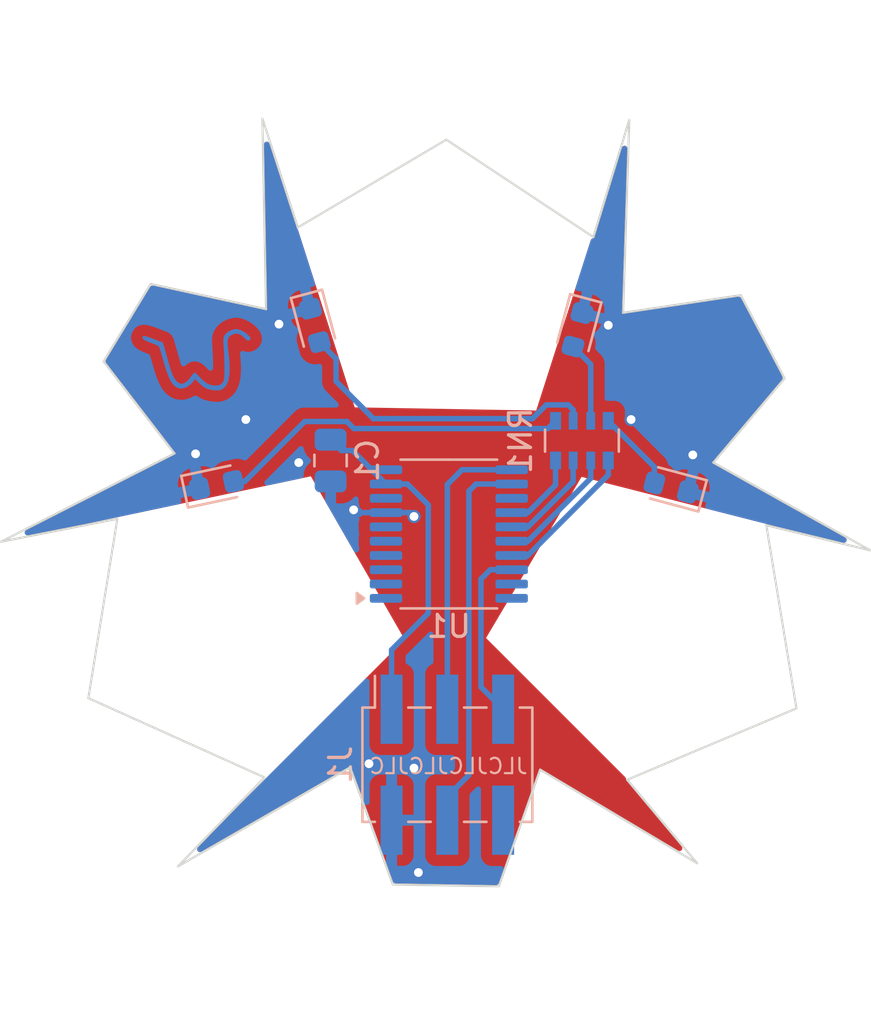
<source format=kicad_pcb>
(kicad_pcb (version 20241229) (generator "pcbnew") (generator_version "9.0")
  (layers (0 "F.Cu" signal) (2 "B.Cu" signal) (13 "F.Paste" user) (15 "B.Paste" user) (5 "F.SilkS" user "F.Silkscreen") (7 "B.SilkS" user "B.Silkscreen") (1 "F.Mask" user) (3 "B.Mask" user) (25 "Edge.Cuts" user))
  (net 0 "")
  (net 1 "VSS")
  (net 2 "Net-(D2-A)")
  (net 3 "Net-(D4-A)")
  (net 4 "Net-(D6-A)")
  (net 5 "Net-(D8-A)")
  (net 6 "VCC")
  (net 7 "SDA")
  (net 8 "SWIO")
  (net 9 "SCL")
  (net 11 "B")
  (net 12 "C")
  (net 13 "D")
  (net 14 "A")
  (footprint "LOGO" (layer "F.Cu") (at 151.59 96.71)
    (property "Reference" "G***" (hide yes))
    (property "Value" "LOGO" (hide yes))
  )
  (footprint "LOGO" (layer "F.Cu") (at 151.59 96.71)
    (property "Reference" "G***" (hide yes))
    (property "Value" "LOGO" (hide yes))
  )
  (footprint "PCM_kikit:Tab" (layer "F.Cu") (at 151.95 79.85 -90)
    (property "Reference" "REF**" (hide yes))
    (property "Value" "Tab")
  )
  (footprint "PCM_kikit:Tab" (layer "F.Cu") (at 151.9 113.75 90)
    (property "Reference" "REF**" (hide yes))
    (property "Value" "Tab")
  )
  (footprint "LED_SMD:LED_0603_1608Metric" (layer "B.Cu") (at 141.454464 95.566748 12)
    (property "Reference" "D2" (hide yes))
    (property "Value" "LED_Small")
    (fp_line (start -1.485 -0.735) (end 0.8 -0.735) (stroke (width 0.12)) (layer "B.SilkS"))
    (fp_line (start -1.485 0.735) (end -1.485 -0.735) (stroke (width 0.12)) (layer "B.SilkS"))
    (fp_line (start 0.8 0.735) (end -1.485 0.735) (stroke (width 0.12)) (layer "B.SilkS"))
    (pad "1" smd roundrect (at -0.7875 0 12) (size 0.875 0.95) (layers "B.Cu" "B.Mask" "B.Paste") (net 1 "VSS"))
    (pad "2" smd roundrect (at 0.7875 0 12) (size 0.875 0.95) (layers "B.Cu" "B.Mask" "B.Paste") (net 2 "Net-(D2-A)"))
  )
  (footprint "LED_SMD:LED_0603_1608Metric" (layer "B.Cu") (at 145.93618 88.309333 -75)
    (property "Reference" "D4" (hide yes))
    (property "Value" "LED_Small")
    (fp_line (start -1.485 0.735) (end -1.485 -0.735) (stroke (width 0.12)) (layer "B.SilkS"))
    (fp_line (start 0.8 0.735) (end -1.485 0.735) (stroke (width 0.12)) (layer "B.SilkS"))
    (fp_line (start -1.485 -0.735) (end 0.8 -0.735) (stroke (width 0.12)) (layer "B.SilkS"))
    (pad "1" smd roundrect (at -0.7875 0 285) (size 0.875 0.95) (layers "B.Cu" "B.Mask" "B.Paste") (net 1 "VSS"))
    (pad "2" smd roundrect (at 0.7875 0 285) (size 0.875 0.95) (layers "B.Cu" "B.Mask" "B.Paste") (net 3 "Net-(D4-A)"))
  )
  (footprint "LED_SMD:LED_0603_1608Metric" (layer "B.Cu") (at 157.89382 88.509333 -105)
    (property "Reference" "D6" (hide yes))
    (property "Value" "LED_Small")
    (fp_line (start 0.8 0.735) (end -1.485 0.735) (stroke (width 0.12)) (layer "B.SilkS"))
    (fp_line (start -1.485 0.735) (end -1.485 -0.735) (stroke (width 0.12)) (layer "B.SilkS"))
    (fp_line (start -1.485 -0.735) (end 0.8 -0.735) (stroke (width 0.12)) (layer "B.SilkS"))
    (pad "1" smd roundrect (at -0.7875 0 255) (size 0.875 0.95) (layers "B.Cu" "B.Mask" "B.Paste") (net 1 "VSS"))
    (pad "2" smd roundrect (at 0.7875 0 255) (size 0.875 0.95) (layers "B.Cu" "B.Mask" "B.Paste") (net 4 "Net-(D6-A)"))
  )
  (footprint "LED_SMD:LED_0603_1608Metric" (layer "B.Cu") (at 162.16 95.68 165)
    (property "Reference" "D8" (hide yes))
    (property "Value" "LED_Small")
    (fp_line (start 0.8 0.735) (end -1.485 0.735) (stroke (width 0.12)) (layer "B.SilkS"))
    (fp_line (start -1.485 -0.735) (end 0.8 -0.735) (stroke (width 0.12)) (layer "B.SilkS"))
    (fp_line (start -1.485 0.735) (end -1.485 -0.735) (stroke (width 0.12)) (layer "B.SilkS"))
    (pad "1" smd roundrect (at -0.7875 0 165) (size 0.875 0.95) (layers "B.Cu" "B.Mask" "B.Paste") (net 1 "VSS"))
    (pad "2" smd roundrect (at 0.7875 0 165) (size 0.875 0.95) (layers "B.Cu" "B.Mask" "B.Paste") (net 5 "Net-(D8-A)"))
  )
  (footprint "Connector_PinHeader_2.54mm:PinHeader_2x03_P2.54mm_Vertical_SMD" (layer "B.Cu") (at 151.97 108.295 -90)
    (property "Reference" "J1" (at 0 4.87 90) (layer "B.SilkS") (effects (justify mirror)))
    (property "Value" "Conn_02x03_Odd_Even")
    (fp_line (start -2.6 3.87) (end 2.6 3.87) (stroke (width 0.12)) (layer "B.SilkS"))
    (fp_line (start -2.6 3.87) (end -2.6 3.3) (stroke (width 0.12)) (layer "B.SilkS"))
    (fp_line (start 2.6 3.87) (end 2.6 3.3) (stroke (width 0.12)) (layer "B.SilkS"))
    (fp_line (start -4.04 3.3) (end -2.6 3.3) (stroke (width 0.12)) (layer "B.SilkS"))
    (fp_line (start -2.6 1.78) (end -2.6 0.76) (stroke (width 0.12)) (layer "B.SilkS"))
    (fp_line (start 2.6 1.78) (end 2.6 0.76) (stroke (width 0.12)) (layer "B.SilkS"))
    (fp_line (start -2.6 -0.76) (end -2.6 -1.78) (stroke (width 0.12)) (layer "B.SilkS"))
    (fp_line (start 2.6 -0.76) (end 2.6 -1.78) (stroke (width 0.12)) (layer "B.SilkS"))
    (fp_line (start -2.6 -3.3) (end -2.6 -3.87) (stroke (width 0.12)) (layer "B.SilkS"))
    (fp_line (start 2.6 -3.3) (end 2.6 -3.87) (stroke (width 0.12)) (layer "B.SilkS"))
    (fp_line (start -2.6 -3.87) (end 2.6 -3.87) (stroke (width 0.12)) (layer "B.SilkS"))
    (pad "1" smd rect (at -2.525 2.54 270) (size 3.15 1) (layers "B.Cu" "B.Mask" "B.Paste") (net 6 "VCC"))
    (pad "2" smd rect (at 2.525 2.54 270) (size 3.15 1) (layers "B.Cu" "B.Mask" "B.Paste") (net 1 "VSS"))
    (pad "3" smd rect (at -2.525 0 270) (size 3.15 1) (layers "B.Cu" "B.Mask" "B.Paste") (net 7 "SDA"))
    (pad "4" smd rect (at 2.525 0 270) (size 3.15 1) (layers "B.Cu" "B.Mask" "B.Paste") (net 9 "SCL"))
    (pad "5" smd rect (at -2.525 -2.54 270) (size 3.15 1) (layers "B.Cu" "B.Mask" "B.Paste") (net 8 "SWIO"))
    (pad "6" smd rect (at 2.525 -2.54 270) (size 3.15 1) (layers "B.Cu" "B.Mask" "B.Paste"))
  )
  (footprint "Resistor_SMD:R_Array_Convex_4x0603" (layer "B.Cu") (at 158.1 93.55 -90)
    (property "Reference" "RN1" (at 0 2.8 90) (layer "B.SilkS") (effects (justify mirror)))
    (property "Value" "330")
    (fp_line (start 0.5 1.68) (end -0.5 1.68) (stroke (width 0.12)) (layer "B.SilkS"))
    (fp_line (start 0.5 -1.68) (end -0.5 -1.68) (stroke (width 0.12)) (layer "B.SilkS"))
    (pad "1" smd rect (at -0.9 1.2 270) (size 0.8 0.5) (layers "B.Cu" "B.Mask" "B.Paste") (net 2 "Net-(D2-A)"))
    (pad "2" smd rect (at -0.9 0.4 270) (size 0.8 0.4) (layers "B.Cu" "B.Mask" "B.Paste") (net 3 "Net-(D4-A)"))
    (pad "3" smd rect (at -0.9 -0.4 270) (size 0.8 0.4) (layers "B.Cu" "B.Mask" "B.Paste") (net 4 "Net-(D6-A)"))
    (pad "4" smd rect (at -0.9 -1.2 270) (size 0.8 0.5) (layers "B.Cu" "B.Mask" "B.Paste") (net 5 "Net-(D8-A)"))
    (pad "5" smd rect (at 0.9 -1.2 270) (size 0.8 0.5) (layers "B.Cu" "B.Mask" "B.Paste") (net 13 "D"))
    (pad "6" smd rect (at 0.9 -0.4 270) (size 0.8 0.4) (layers "B.Cu" "B.Mask" "B.Paste") (net 12 "C"))
    (pad "7" smd rect (at 0.9 0.4 270) (size 0.8 0.4) (layers "B.Cu" "B.Mask" "B.Paste") (net 11 "B"))
    (pad "8" smd rect (at 0.9 1.2 270) (size 0.8 0.5) (layers "B.Cu" "B.Mask" "B.Paste") (net 14 "A"))
  )
  (footprint "NFCBuisness:W" (layer "B.Cu") (at 140.53 90.93 180)
    (property "Reference" "Ref**" (hide yes))
    (property "Value" "Val**" (hide yes))
    (fp_poly (pts (xy -1.630587 2.420899) (xy -1.447524 2.328559) (xy -1.311592 2.194757) (xy -1.304211 2.183555) (xy -1.265704 2.11344) (xy -1.244213 2.038839) (xy -1.23774 1.938094) (xy -1.244287 1.789546) (xy -1.255088 1.651) (xy -1.268682 1.442824) (xy -1.279873 1.184894) (xy -1.287394 0.912114) (xy -1.289962 0.690936) (xy -1.289221 0.458958) (xy -1.284387 0.294975) (xy -1.273305 0.182336) (xy -1.25382 0.10439) (xy -1.223775 0.044488) (xy -1.202268 0.013603) (xy -1.116398 -0.071274) (xy -1.002822 -0.111004) (xy -0.929984 -0.119227) (xy -0.68211 -0.100096) (xy -0.454281 -0.00289) (xy -0.240656 0.175182) (xy -0.185776 0.236175) (xy -0.081108 0.349759) (xy 0.009066 0.431822) (xy 0.066141 0.465547) (xy 0.068112 0.465666) (xy 0.123755 0.432548) (xy 0.197182 0.348904) (xy 0.229505 0.301607) (xy 0.376869 0.110873) (xy 0.526913 -0.003226) (xy 0.674284 -0.03902) (xy 0.813631 0.005163) (xy 0.907971 0.089777) (xy 0.988653 0.198585) (xy 1.058934 0.326542) (xy 1.126082 0.490779) (xy 1.197364 0.708426) (xy 1.255985 0.910166) (xy 1.31545 1.12099) (xy 1.377683 1.340443) (xy 1.431333 1.528529) (xy 1.442246 1.566558) (xy 1.521416 1.84195) (xy 1.949565 2.005418) (xy 2.167567 2.084028) (xy 2.315998 2.126297) (xy 2.401001 2.133773) (xy 2.422145 2.124455) (xy 2.452677 2.065526) (xy 2.41974 2.005855) (xy 2.317286 1.940366) (xy 2.13927 1.863979) (xy 2.089887 1.8454) (xy 1.930263 1.78316) (xy 1.799296 1.726134) (xy 1.71927 1.684217) (xy 1.708527 1.676067) (xy 1.680315 1.619963) (xy 1.636526 1.498254) (xy 1.582553 1.327363) (xy 1.52379 1.123712) (xy 1.507251 1.063196) (xy 1.396737 0.68139) (xy 1.290651 0.376432) (xy 1.184846 0.140938) (xy 1.075173 -0.032475) (xy 0.957485 -0.15119) (xy 0.827635 -0.222591) (xy 0.776069 -0.238398) (xy 0.602379 -0.241191) (xy 0.418574 -0.174646) (xy 0.246259 -0.047924) (xy 0.192569 0.009056) (xy 0.041511 0.185533) (xy -0.128458 0.008645) (xy -0.312966 -0.157866) (xy -0.496288 -0.260737) (xy -0.709082 -0.314778) (xy -0.823587 -0.327186) (xy -0.981029 -0.333485) (xy -1.090094 -0.317957) (xy -1.185756 -0.27362) (xy -1.227666 -0.246552) (xy -1.355913 -0.118677) (xy -1.447302 0.068507) (xy -1.502345 0.318683) (xy -1.521551 0.635539) (xy -1.505431 1.022758) (xy -1.460818 1.436924) (xy -1.432055 1.688127) (xy -1.424811 1.871541) (xy -1.442863 2.002167) (xy -1.489991 2.095003) (xy -1.569973 2.165049) (xy -1.656298 2.212878) (xy -1.801342 2.257899) (xy -1.939703 2.239415) (xy -2.087459 2.15265) (xy -2.203421 2.05035) (xy -2.298884 1.96489) (xy -2.361491 1.934189) (xy -2.413708 1.94891) (xy -2.426473 1.957639) (xy -2.473927 2.002339) (xy -2.467648 2.051331) (xy -2.429475 2.110518) (xy -2.32004 2.223928) (xy -2.167499 2.330713) (xy -2.002595 2.413218) (xy -1.856072 2.453788) (xy -1.829026 2.455333) (xy -1.630587 2.420899)) (stroke (width 0.01)) (fill yes) (layer "B.Cu"))
  )
  (footprint "Package_SO:TSSOP-20_4.4x6.5mm_P0.65mm" (layer "B.Cu") (at 152.0375 97.8)
    (property "Reference" "U1" (at 0 4.2 180) (layer "B.SilkS") (effects (justify mirror)))
    (property "Value" "CH32V003FxPx")
    (fp_line (start 0 -3.385) (end -2.2 -3.385) (stroke (width 0.12)) (layer "B.SilkS"))
    (fp_line (start 0 -3.385) (end 2.2 -3.385) (stroke (width 0.12)) (layer "B.SilkS"))
    (fp_line (start 0 3.385) (end -2.2 3.385) (stroke (width 0.12)) (layer "B.SilkS"))
    (fp_line (start 0 3.385) (end 2.2 3.385) (stroke (width 0.12)) (layer "B.SilkS"))
    (fp_poly (pts (xy -3.86 2.925) (xy -4.19 2.685) (xy -4.19 3.165)) (stroke (width 0.12)) (fill yes) (layer "B.SilkS"))
    (pad "1" smd roundrect (at -2.8625 2.925) (size 1.475 0.4) (layers "B.Cu" "B.Mask" "B.Paste"))
    (pad "2" smd roundrect (at -2.8625 2.275) (size 1.475 0.4) (layers "B.Cu" "B.Mask" "B.Paste"))
    (pad "3" smd roundrect (at -2.8625 1.625) (size 1.475 0.4) (layers "B.Cu" "B.Mask" "B.Paste"))
    (pad "4" smd roundrect (at -2.8625 0.975) (size 1.475 0.4) (layers "B.Cu" "B.Mask" "B.Paste"))
    (pad "5" smd roundrect (at -2.8625 0.325) (size 1.475 0.4) (layers "B.Cu" "B.Mask" "B.Paste"))
    (pad "6" smd roundrect (at -2.8625 -0.325) (size 1.475 0.4) (layers "B.Cu" "B.Mask" "B.Paste"))
    (pad "7" smd roundrect (at -2.8625 -0.975) (size 1.475 0.4) (layers "B.Cu" "B.Mask" "B.Paste") (net 1 "VSS"))
    (pad "8" smd roundrect (at -2.8625 -1.625) (size 1.475 0.4) (layers "B.Cu" "B.Mask" "B.Paste"))
    (pad "9" smd roundrect (at -2.8625 -2.275) (size 1.475 0.4) (layers "B.Cu" "B.Mask" "B.Paste") (net 6 "VCC"))
    (pad "10" smd roundrect (at -2.8625 -2.925) (size 1.475 0.4) (layers "B.Cu" "B.Mask" "B.Paste"))
    (pad "11" smd roundrect (at 2.8625 -2.925) (size 1.475 0.4) (layers "B.Cu" "B.Mask" "B.Paste") (net 7 "SDA"))
    (pad "12" smd roundrect (at 2.8625 -2.275) (size 1.475 0.4) (layers "B.Cu" "B.Mask" "B.Paste") (net 9 "SCL"))
    (pad "13" smd roundrect (at 2.8625 -1.625) (size 1.475 0.4) (layers "B.Cu" "B.Mask" "B.Paste"))
    (pad "14" smd roundrect (at 2.8625 -0.975) (size 1.475 0.4) (layers "B.Cu" "B.Mask" "B.Paste") (net 14 "A"))
    (pad "15" smd roundrect (at 2.8625 -0.325) (size 1.475 0.4) (layers "B.Cu" "B.Mask" "B.Paste") (net 11 "B"))
    (pad "16" smd roundrect (at 2.8625 0.325) (size 1.475 0.4) (layers "B.Cu" "B.Mask" "B.Paste") (net 12 "C"))
    (pad "17" smd roundrect (at 2.8625 0.975) (size 1.475 0.4) (layers "B.Cu" "B.Mask" "B.Paste") (net 13 "D"))
    (pad "18" smd roundrect (at 2.8625 1.625) (size 1.475 0.4) (layers "B.Cu" "B.Mask" "B.Paste") (net 8 "SWIO"))
    (pad "19" smd roundrect (at 2.8625 2.275) (size 1.475 0.4) (layers "B.Cu" "B.Mask" "B.Paste"))
    (pad "20" smd roundrect (at 2.8625 2.925) (size 1.475 0.4) (layers "B.Cu" "B.Mask" "B.Paste"))
  )
  (footprint "Capacitor_SMD:C_0805_2012Metric" (layer "B.Cu") (at 146.65 94.455879 90)
    (property "Reference" "C1" (at 0 1.68 90) (layer "B.SilkS") (effects (justify mirror)))
    (property "Value" "C_Small")
    (fp_line (start -0.261252 -0.735) (end 0.261252 -0.735) (stroke (width 0.12)) (layer "B.SilkS"))
    (fp_line (start -0.261252 0.735) (end 0.261252 0.735) (stroke (width 0.12)) (layer "B.SilkS"))
    (pad "1" smd roundrect (at -0.95 0 90) (size 1 1.45) (layers "B.Cu" "B.Mask" "B.Paste") (net 1 "VSS"))
    (pad "2" smd roundrect (at 0.95 0 90) (size 1 1.45) (layers "B.Cu" "B.Mask" "B.Paste") (net 6 "VCC"))
  )
  (gr_line (start 158.621735 84.288565) (end 151.921029 79.85611) (stroke (width 0.1)) (layer "Edge.Cuts"))
  (gr_line (start 138.457185 86.421554) (end 136.313791 89.94879) (stroke (width 0.1)) (layer "Edge.Cuts"))
  (gr_line (start 165.332849 86.931393) (end 159.974362 87.732564) (stroke (width 0.1)) (layer "Edge.Cuts"))
  (gr_line (start 159.974362 87.732564) (end 160.258558 78.952115) (stroke (width 0.1)) (layer "Edge.Cuts"))
  (gr_line (start 149.486299 113.744626) (end 154.314138 113.827866) (stroke (width 0.1)) (layer "Edge.Cuts"))
  (gr_line (start 163.345527 112.776978) (end 160.16165 108.979217) (stroke (width 0.1)) (layer "Edge.Cuts"))
  (gr_line (start 166.498188 97.398647) (end 171.232383 98.543178) (stroke (width 0.1)) (layer "Edge.Cuts"))
  (gr_line (start 145.157892 83.851562) (end 143.545144 78.898866) (stroke (width 0.1)) (layer "Edge.Cuts"))
  (gr_line (start 139.695359 112.922645) (end 147.540597 108.417354) (stroke (width 0.1)) (layer "Edge.Cuts"))
  (gr_line (start 135.616667 105.264693) (end 143.638788 108.875168) (stroke (width 0.1)) (layer "Edge.Cuts"))
  (gr_line (start 167.871627 105.732912) (end 166.498188 97.398647) (stroke (width 0.1)) (layer "Edge.Cuts"))
  (gr_line (start 143.711621 87.566085) (end 138.457185 86.421554) (stroke (width 0.1)) (layer "Edge.Cuts"))
  (gr_line (start 171.232383 98.543178) (end 164.08427 94.547725) (stroke (width 0.1)) (layer "Edge.Cuts"))
  (gr_line (start 160.16165 108.979217) (end 167.871627 105.732912) (stroke (width 0.1)) (layer "Edge.Cuts"))
  (gr_line (start 156.197412 108.521406) (end 163.345527 112.776978) (stroke (width 0.1)) (layer "Edge.Cuts"))
  (gr_line (start 139.539287 94.13153) (end 131.642024 98.147792) (stroke (width 0.1)) (layer "Edge.Cuts"))
  (gr_line (start 136.313791 89.94879) (end 139.539287 94.13153) (stroke (width 0.1)) (layer "Edge.Cuts"))
  (gr_line (start 167.330575 90.718749) (end 165.332849 86.931393) (stroke (width 0.1)) (layer "Edge.Cuts"))
  (gr_line (start 147.540597 108.417354) (end 147.540597 108.417354) (stroke (width 0.1)) (layer "Edge.Cuts"))
  (gr_line (start 164.08427 94.547725) (end 167.330575 90.718749) (stroke (width 0.1)) (layer "Edge.Cuts"))
  (gr_line (start 136.93808 97.10731) (end 135.616667 105.264693) (stroke (width 0.1)) (layer "Edge.Cuts"))
  (gr_line (start 143.545144 78.898866) (end 143.711621 87.566085) (stroke (width 0.1)) (layer "Edge.Cuts"))
  (gr_line (start 131.642024 98.147792) (end 136.93808 97.10731) (stroke (width 0.1)) (layer "Edge.Cuts"))
  (gr_line (start 147.540597 108.417354) (end 149.486299 113.744626) (stroke (width 0.1)) (layer "Edge.Cuts"))
  (gr_line (start 143.638788 108.875168) (end 139.695359 112.922645) (stroke (width 0.1)) (layer "Edge.Cuts"))
  (gr_line (start 154.314138 113.827866) (end 156.197412 108.521406) (stroke (width 0.1)) (layer "Edge.Cuts"))
  (gr_line (start 160.258558 78.952115) (end 158.621735 84.288565) (stroke (width 0.1)) (layer "Edge.Cuts"))
  (gr_line (start 151.921029 79.85611) (end 145.157892 83.851562) (stroke (width 0.1)) (layer "Edge.Cuts"))
  (gr_text "JLCJLCJLCJLC" (at 152.02 108.36 0) (layer "B.SilkS") (effects (font (size 0.7 0.7) (thickness 0.1)) (justify mirror)))
  (via (at 160.34 92.59) (size 0.6) (drill 0.4) (layers "F.Cu" "B.Cu") (net 1))
  (via (at 145.2 94.55) (size 0.6) (drill 0.4) (layers "F.Cu" "B.Cu") (net 1))
  (via (at 140.5 94.15) (size 0.6) (drill 0.4) (layers "F.Cu" "B.Cu") (net 1))
  (via (at 148.4 108.25) (size 0.6) (drill 0.4) (layers "F.Cu" "B.Cu") (net 1))
  (via (at 163.15 94.2) (size 0.6) (drill 0.4) (layers "F.Cu" "B.Cu") (net 1))
  (via (at 150.45 97) (size 0.6) (drill 0.4) (layers "F.Cu" "B.Cu") (net 1))
  (via (at 147.7 96.7) (size 0.6) (drill 0.4) (layers "F.Cu" "B.Cu") (net 1))
  (via (at 150.65 113.2) (size 0.6) (drill 0.4) (layers "F.Cu" "B.Cu") (net 1))
  (via (at 144.3 88.25) (size 0.6) (drill 0.4) (layers "F.Cu" "B.Cu") (net 1))
  (via (at 159.3 88.3) (size 0.6) (drill 0.4) (layers "F.Cu" "B.Cu") (net 1))
  (via (at 150.45 108.45) (size 0.6) (drill 0.4) (layers "F.Cu" "B.Cu") (net 1))
  (via (at 142.79 92.59) (size 0.6) (drill 0.4) (layers "F.Cu" "B.Cu") (net 1))
  (segment (start 149.175 96.825) (end 147.825 96.825) (width 0.25) (layer "B.Cu") (net 1))
  (segment (start 150.275 96.825) (end 150.45 97) (width 0.25) (layer "B.Cu") (net 1))
  (segment (start 147.825 96.825) (end 147.7 96.7) (width 0.25) (layer "B.Cu") (net 1))
  (segment (start 149.175 96.825) (end 150.275 96.825) (width 0.25) (layer "B.Cu") (net 1))
  (segment (start 156.9 92.65) (end 156.55 93) (width 0.25) (layer "B.Cu") (net 2))
  (segment (start 156.55 93) (end 147.709365 93) (width 0.25) (layer "B.Cu") (net 2))
  (segment (start 145.470121 92.679879) (end 142.746982 95.403018) (width 0.25) (layer "B.Cu") (net 2))
  (segment (start 142.746982 95.403018) (end 142.224755 95.403018) (width 0.25) (layer "B.Cu") (net 2))
  (segment (start 147.389244 92.679879) (end 145.470121 92.679879) (width 0.25) (layer "B.Cu") (net 2))
  (segment (start 147.709365 93) (end 147.389244 92.679879) (width 0.25) (layer "B.Cu") (net 2))
  (segment (start 155.85 92.55) (end 148.6 92.55) (width 0.25) (layer "B.Cu") (net 3))
  (segment (start 156.476 91.924) (end 155.85 92.55) (width 0.25) (layer "B.Cu") (net 3))
  (segment (start 146.9 90.85) (end 146.9 89.83) (width 0.25) (layer "B.Cu") (net 3))
  (segment (start 157.7 92.65) (end 157.7 92.148) (width 0.25) (layer "B.Cu") (net 3))
  (segment (start 157.476 91.924) (end 156.476 91.924) (width 0.25) (layer "B.Cu") (net 3))
  (segment (start 157.7 92.148) (end 157.476 91.924) (width 0.25) (layer "B.Cu") (net 3))
  (segment (start 148.6 92.55) (end 146.9 90.85) (width 0.25) (layer "B.Cu") (net 3))
  (segment (start 146.9 89.83) (end 146.14 89.07) (width 0.25) (layer "B.Cu") (net 3))
  (segment (start 158.5 90.08) (end 157.69 89.27) (width 0.25) (layer "B.Cu") (net 4))
  (segment (start 158.5 92.65) (end 158.5 90.08) (width 0.25) (layer "B.Cu") (net 4))
  (segment (start 159.3 92.65) (end 161.399333 94.749333) (width 0.25) (layer "B.Cu") (net 5))
  (segment (start 161.399333 94.749333) (end 161.399333 95.47618) (width 0.25) (layer "B.Cu") (net 5))
  (segment (start 149.43 103.07) (end 149.43 105.77) (width 0.25) (layer "B.Cu") (net 6))
  (segment (start 147.144121 94) (end 147.65 94) (width 0.25) (layer "B.Cu") (net 6))
  (segment (start 146.65 93.505879) (end 147.144121 94) (width 0.25) (layer "B.Cu") (net 6))
  (segment (start 151.1 101.4) (end 149.43 103.07) (width 0.25) (layer "B.Cu") (net 6))
  (segment (start 149.175 95.525) (end 150.15 95.525) (width 0.25) (layer "B.Cu") (net 6))
  (segment (start 150.15 95.525) (end 151.1 96.475) (width 0.25) (layer "B.Cu") (net 6))
  (segment (start 151.1 96.475) (end 151.1 101.4) (width 0.25) (layer "B.Cu") (net 6))
  (segment (start 147.65 94) (end 149.175 95.525) (width 0.25) (layer "B.Cu") (net 6))
  (segment (start 151.97 95.542501) (end 152.637501 94.875) (width 0.25) (layer "B.Cu") (net 7))
  (segment (start 151.97 105.77) (end 151.97 95.542501) (width 0.25) (layer "B.Cu") (net 7))
  (segment (start 152.637501 94.875) (end 154.9 94.875) (width 0.25) (layer "B.Cu") (net 7))
  (segment (start 153.925 99.425) (end 153.5 99.85) (width 0.25) (layer "B.Cu") (net 8))
  (segment (start 153.5 99.85) (end 153.5 104.76) (width 0.25) (layer "B.Cu") (net 8))
  (segment (start 153.5 104.76) (end 154.51 105.77) (width 0.25) (layer "B.Cu") (net 8))
  (segment (start 154.9 99.425) (end 153.925 99.425) (width 0.25) (layer "B.Cu") (net 8))
  (segment (start 151.97 109.745) (end 151.97 110.82) (width 0.25) (layer "B.Cu") (net 9))
  (segment (start 152.95 95.85) (end 152.95 102.874364) (width 0.25) (layer "B.Cu") (net 9))
  (segment (start 154.9 95.525) (end 153.275 95.525) (width 0.25) (layer "B.Cu") (net 9))
  (segment (start 152.95 108.765) (end 151.97 109.745) (width 0.25) (layer "B.Cu") (net 9))
  (segment (start 153.275 95.525) (end 152.95 95.85) (width 0.25) (layer "B.Cu") (net 9))
  (segment (start 152.95 102.899769) (end 152.95 108.765) (width 0.25) (layer "B.Cu") (net 9))
  (segment (start 154.9 97.475) (end 155.637499 97.475) (width 0.25) (layer "B.Cu") (net 11))
  (segment (start 155.637499 97.475) (end 157.7 95.412499) (width 0.25) (layer "B.Cu") (net 11))
  (segment (start 157.7 95.412499) (end 157.7 94.45) (width 0.25) (layer "B.Cu") (net 11))
  (segment (start 154.9 98.125) (end 155.637499 98.125) (width 0.25) (layer "B.Cu") (net 12))
  (segment (start 158.5 95.262499) (end 158.5 94.45) (width 0.25) (layer "B.Cu") (net 12))
  (segment (start 155.637499 98.125) (end 158.5 95.262499) (width 0.25) (layer "B.Cu") (net 12))
  (segment (start 155.637499 98.775) (end 159.3 95.112499) (width 0.25) (layer "B.Cu") (net 13))
  (segment (start 154.9 98.775) (end 155.637499 98.775) (width 0.25) (layer "B.Cu") (net 13))
  (segment (start 159.3 95.112499) (end 159.3 94.45) (width 0.25) (layer "B.Cu") (net 13))
  (segment (start 154.9 96.825) (end 155.637499 96.825) (width 0.25) (layer "B.Cu") (net 14))
  (segment (start 155.637499 96.825) (end 156.9 95.562499) (width 0.25) (layer "B.Cu") (net 14))
  (segment (start 156.9 95.562499) (end 156.9 94.45) (width 0.25) (layer "B.Cu") (net 14))
  (zone (net 1) (net_name "VSS") (layers "F.Cu" "B.Cu") (priority 1) (connect_pads (clearance 0.508)) (min_thickness 0.25) (fill yes (thermal_gap 0.5) (thermal_bridge_width 0.5))
    (polygon (pts (xy 143.545144 78.898866) (xy 143.711621 87.566085) (xy 138.46 86.42) (xy 136.307443 89.94879) (xy 139.53 94.14) (xy 131.65 98.15) (xy 145.751246 95.173155) (xy 150.020674 102.597509) (xy 139.695359 112.922645) (xy 147.532978 108.421729) (xy 149.5 113.75) (xy 154.304222 113.827695) (xy 156.197412 108.521406) (xy 163.345527 112.776978) (xy 160.196021 108.984083) (xy 153.732771 102.52946) (xy 158.08281 95.19925) (xy 171.232383 98.543178) (xy 164.1 94.55) (xy 167.330575 90.718749) (xy 165.332849 86.931393) (xy 159.974362 87.732564) (xy 160.258558 78.952115) (xy 156.015644 92.180333) (xy 147.749946 92.035982)))
  )
)
</source>
